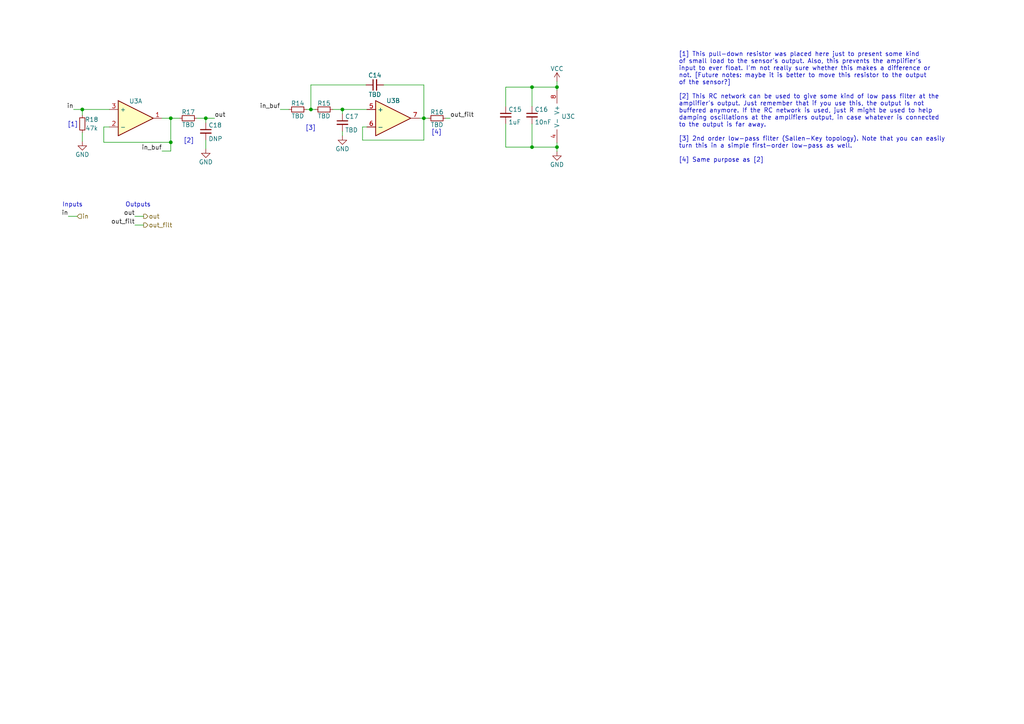
<source format=kicad_sch>
(kicad_sch (version 20211123) (generator eeschema)
  (paper "A4")
  (lib_symbols
    (symbol "Device:C_Small" (pin_numbers hide) (pin_names (offset 0.254) hide)
      (property "Reference" "C" (at 0.254 1.778 0))
      (property "Value" "C_Small" (at 0.254 -2.032 0))
      (symbol "C_Small_0_1"
        (polyline (pts (xy -1.524 -0.508) (xy 1.524 -0.508)) (stroke (width 0.3302)))
        (polyline (pts (xy -1.524 0.508) (xy 1.524 0.508)) (stroke (width 0.3048)))
      )
      (symbol "C_Small_1_1"
        (pin passive line (at 0 2.54 270) (length 2.032) (name "~") (number "1"))
        (pin passive line (at 0 -2.54 90) (length 2.032) (name "~") (number "2"))
      )
    )
    (symbol "Device:Opamp_Dual"
      (property "Reference" "U" (at 0 5.08 0))
      (property "Value" "Opamp_Dual" (at 0 -5.08 0))
      (symbol "Opamp_Dual_1_1"
        (polyline (pts (xy -5.08 5.08) (xy 5.08 0) (xy -5.08 -5.08) (xy -5.08 5.08)) (stroke (width 0.254)) (fill (type background)))
        (pin output line (at 7.62 0 180) (length 2.54) (name "~") (number "1"))
        (pin input line (at -7.62 -2.54 0) (length 2.54) (name "-") (number "2"))
        (pin input line (at -7.62 2.54 0) (length 2.54) (name "+") (number "3"))
      )
      (symbol "Opamp_Dual_2_1"
        (polyline (pts (xy -5.08 5.08) (xy 5.08 0) (xy -5.08 -5.08) (xy -5.08 5.08)) (stroke (width 0.254)) (fill (type background)))
        (pin input line (at -7.62 2.54 0) (length 2.54) (name "+") (number "5"))
        (pin input line (at -7.62 -2.54 0) (length 2.54) (name "-") (number "6"))
        (pin output line (at 7.62 0 180) (length 2.54) (name "~") (number "7"))
      )
      (symbol "Opamp_Dual_3_1"
        (pin power_in line (at -2.54 -7.62 90) (length 3.81) (name "V-") (number "4"))
        (pin power_in line (at -2.54 7.62 270) (length 3.81) (name "V+") (number "8"))
      )
    )
    (symbol "Device:R_Small" (pin_numbers hide) (pin_names (offset 0.254) hide)
      (property "Reference" "R" (at 0.762 0.508 0))
      (property "Value" "R_Small" (at 0.762 -1.016 0))
      (symbol "R_Small_0_1"
        (rectangle (start -0.762 1.778) (end 0.762 -1.778) (stroke (width 0.2032)))
      )
      (symbol "R_Small_1_1"
        (pin passive line (at 0 2.54 270) (length 0.762) (name "~") (number "1"))
        (pin passive line (at 0 -2.54 90) (length 0.762) (name "~") (number "2"))
      )
    )
    (symbol "power:GND" (power) (pin_names (offset 0))
      (property "Value" "GND" (at 0 -3.81 0))
      (symbol "GND_0_1"
        (polyline (pts (xy 0 0) (xy 0 -1.27) (xy 1.27 -1.27) (xy 0 -2.54) (xy -1.27 -1.27) (xy 0 -1.27)))
      )
      (symbol "GND_1_1"
        (pin power_in line (at 0 0 270) (length 0) hide (name "GND") (number "1"))
      )
    )
    (symbol "power:VCC" (power) (pin_names (offset 0))
      (property "Value" "VCC" (at 0 3.81 0))
      (symbol "VCC_0_1"
        (polyline (pts (xy -0.762 1.27) (xy 0 2.54)))
        (polyline (pts (xy 0 0) (xy 0 2.54)))
        (polyline (pts (xy 0 2.54) (xy 0.762 1.27)))
      )
      (symbol "VCC_1_1"
        (pin power_in line (at 0 0 90) (length 0) hide (name "VCC") (number "1"))
      )
    )
  )
  (junction (at 161.544 25.273))
  (junction (at 122.936 34.29))
  (junction (at 23.876 31.75))
  (junction (at 49.53 34.29))
  (junction (at 154.305 25.273))
  (junction (at 90.17 31.75))
  (junction (at 59.69 34.29))
  (junction (at 161.544 42.672))
  (junction (at 154.305 42.672))
  (junction (at 49.53 41.275))
  (junction (at 99.314 31.75))
  (wire (pts (xy 129.286 34.29) (xy 130.556 34.29)))
  (wire (pts (xy 154.305 35.941) (xy 154.305 42.672)))
  (wire (pts (xy 90.17 31.75) (xy 91.44 31.75)))
  (wire (pts (xy 49.53 34.29) (xy 46.99 34.29)))
  (wire (pts (xy 122.936 34.29) (xy 124.206 34.29)))
  (wire (pts (xy 106.172 24.638) (xy 90.17 24.638)))
  (wire (pts (xy 154.305 42.672) (xy 146.685 42.672)))
  (wire (pts (xy 31.75 36.83) (xy 30.099 36.83)))
  (wire (pts (xy 111.252 24.638) (xy 122.936 24.638)))
  (wire (pts (xy 21.336 31.75) (xy 23.876 31.75)))
  (wire (pts (xy 122.936 24.638) (xy 122.936 34.29)))
  (wire (pts (xy 59.69 34.29) (xy 62.23 34.29)))
  (wire (pts (xy 122.936 40.64) (xy 122.936 34.29)))
  (wire (pts (xy 90.17 24.638) (xy 90.17 31.75)))
  (wire (pts (xy 161.544 42.672) (xy 161.544 43.942)))
  (wire (pts (xy 99.314 38.1) (xy 99.314 39.37)))
  (wire (pts (xy 30.099 36.83) (xy 30.099 41.275)))
  (wire (pts (xy 23.876 33.401) (xy 23.876 31.75)))
  (wire (pts (xy 88.9 31.75) (xy 90.17 31.75)))
  (wire (pts (xy 49.53 41.275) (xy 49.53 43.815)))
  (wire (pts (xy 146.685 25.273) (xy 154.305 25.273)))
  (wire (pts (xy 106.426 36.83) (xy 105.156 36.83)))
  (wire (pts (xy 99.314 31.75) (xy 99.314 33.02)))
  (wire (pts (xy 57.15 34.29) (xy 59.69 34.29)))
  (wire (pts (xy 23.876 38.481) (xy 23.876 41.021)))
  (wire (pts (xy 59.69 40.64) (xy 59.69 43.18)))
  (wire (pts (xy 19.812 62.738) (xy 22.352 62.738)))
  (wire (pts (xy 49.53 34.29) (xy 52.07 34.29)))
  (wire (pts (xy 81.28 31.75) (xy 83.82 31.75)))
  (wire (pts (xy 105.156 36.83) (xy 105.156 40.64)))
  (wire (pts (xy 154.305 42.672) (xy 161.544 42.672)))
  (wire (pts (xy 161.544 25.273) (xy 161.544 26.162)))
  (wire (pts (xy 146.685 25.273) (xy 146.685 30.861)))
  (wire (pts (xy 96.52 31.75) (xy 99.314 31.75)))
  (wire (pts (xy 105.156 40.64) (xy 122.936 40.64)))
  (wire (pts (xy 154.305 25.273) (xy 154.305 30.861)))
  (wire (pts (xy 46.99 43.815) (xy 49.53 43.815)))
  (wire (pts (xy 30.099 41.275) (xy 49.53 41.275)))
  (wire (pts (xy 49.53 34.29) (xy 49.53 41.275)))
  (wire (pts (xy 154.305 25.273) (xy 161.544 25.273)))
  (wire (pts (xy 59.69 34.29) (xy 59.69 35.56)))
  (wire (pts (xy 161.544 23.622) (xy 161.544 25.273)))
  (wire (pts (xy 39.116 62.738) (xy 41.656 62.738)))
  (wire (pts (xy 161.544 41.402) (xy 161.544 42.672)))
  (wire (pts (xy 39.116 65.278) (xy 41.656 65.278)))
  (wire (pts (xy 23.876 31.75) (xy 31.75 31.75)))
  (wire (pts (xy 146.685 42.672) (xy 146.685 35.941)))
  (wire (pts (xy 99.314 31.75) (xy 106.426 31.75)))
  (wire (pts (xy 122.936 34.29) (xy 121.666 34.29)))
  (text "Inputs\n" (at 18.034 60.198 0) (effects (font (size 1.27 1.27)) (justify left bottom)))
  (text "Outputs" (at 36.322 60.198 0) (effects (font (size 1.27 1.27)) (justify left bottom)))
  (text "[3]" (at 88.5444 37.973 0) (effects (font (size 1.27 1.27)) (justify left bottom)))
  (text "[1]" (at 19.558 36.957 0) (effects (font (size 1.27 1.27)) (justify left bottom)))
  (text "[2]" (at 53.213 41.656 0) (effects (font (size 1.27 1.27)) (justify left bottom)))
  (text "[1] This pull-down resistor was placed here just to present some kind\nof small load to the sensor's output. Also, this prevents the amplifier's\ninput to ever float. I'm not really sure whether this makes a difference or\nnot. [Future notes: maybe it is better to move this resistor to the output\nof the sensor?]\n\n[2] This RC network can be used to give some kind of low pass filter at the\namplifier's output. Just remember that if you use this, the output is not \nbuffered anymore. If the RC network is used, just R might be used to help\ndamping oscillations at the amplifiers output, in case whatever is connected\nto the output is far away.\n\n[3] 2nd order low-pass filter (Sallen-Key topology). Note that you can easily\nturn this in a simple first-order low-pass as well. \n\n[4] Same purpose as [2]" (at 196.85 47.244 0) (effects (font (size 1.27 1.27)) (justify left bottom)))
  (text "[4]" (at 125.0696 39.243 0) (effects (font (size 1.27 1.27)) (justify left bottom)))
  (label "in" (at 21.336 31.75 180))
  (label "in_buf" (at 81.28 31.75 180))
  (label "out" (at 39.116 62.738 180))
  (label "out_filt" (at 39.116 65.278 180))
  (label "out" (at 62.23 34.29 0))
  (label "in" (at 19.812 62.738 180))
  (label "out_filt" (at 130.556 34.29 0))
  (label "in_buf" (at 46.99 43.815 180))
  (hierarchical_label "out_filt" (shape output) (at 41.656 65.278 0))
  (hierarchical_label "in" (shape input) (at 22.352 62.738 0))
  (hierarchical_label "out" (shape output) (at 41.656 62.738 0))
  (symbol (lib_id "Device:Opamp_Dual") (at 164.084 33.782 0) (unit 3)
    (property "Reference" "U3" (at 162.814 33.782 0) (effects (justify left)))
    (property "Value" "Opamp_Dual" (effects hide))
    (property "Footprint" "Package_SO:SOIC-8_3.9x4.9mm_P1.27mm" (effects hide))
  )
  (symbol (lib_id "Device:C_Small") (at 146.685 33.401 0) (unit 1)
    (property "Reference" "C15" (at 147.447 31.75 0) (effects (justify left)))
    (property "Value" "1uF" (at 147.447 35.433 0) (effects (justify left)))
    (property "Footprint" "Capacitor_SMD:C_0805_2012Metric_Pad1.18x1.45mm_HandSolder" (effects hide))
  )
  (symbol (lib_id "Device:Opamp_Dual") (at 39.37 34.29 0) (unit 1)
    (property "Reference" "U3" (at 39.37 29.337 0))
    (property "Value" "Opamp_Dual" (effects hide))
    (property "Footprint" "Package_SO:SOIC-8_3.9x4.9mm_P1.27mm" (effects hide))
  )
  (symbol (lib_id "Device:R_Small") (at 126.746 34.29 270) (unit 1)
    (property "Reference" "R16" (at 126.746 32.512 90))
    (property "Value" "TBD" (at 126.746 36.195 90))
    (property "Footprint" "Resistor_SMD:R_0805_2012Metric_Pad1.20x1.40mm_HandSolder" (effects hide))
  )
  (symbol (lib_id "Device:Opamp_Dual") (at 114.046 34.29 0) (unit 2)
    (property "Reference" "U3" (at 114.046 29.21 0))
    (property "Value" "Opamp_Dual" (effects hide))
    (property "Footprint" "Package_SO:SOIC-8_3.9x4.9mm_P1.27mm" (effects hide))
  )
  (symbol (lib_id "power:GND") (at 99.314 39.37 0) (unit 1)
    (property "Reference" "#PWR0139" (effects hide))
    (property "Value" "GND" (at 99.314 43.18 0))
  )
  (symbol (lib_id "power:VCC") (at 161.544 23.622 0) (unit 1)
    (property "Reference" "#PWR0140" (effects hide))
    (property "Value" "VCC" (at 161.544 19.939 0))
  )
  (symbol (lib_id "Device:R_Small") (at 93.98 31.75 270) (unit 1)
    (property "Reference" "R15" (at 93.98 29.972 90))
    (property "Value" "TBD" (at 93.98 33.655 90))
    (property "Footprint" "Resistor_SMD:R_0805_2012Metric_Pad1.20x1.40mm_HandSolder" (effects hide))
  )
  (symbol (lib_id "Device:C_Small") (at 99.314 35.56 0) (unit 1)
    (property "Reference" "C17" (at 100.076 33.782 0) (effects (justify left)))
    (property "Value" "TBD" (at 100.076 37.719 0) (effects (justify left)))
    (property "Footprint" "Capacitor_SMD:C_0805_2012Metric_Pad1.18x1.45mm_HandSolder" (effects hide))
  )
  (symbol (lib_id "power:GND") (at 23.876 41.021 0) (unit 1)
    (property "Reference" "#PWR0137" (effects hide))
    (property "Value" "GND" (at 23.876 44.831 0))
  )
  (symbol (lib_id "Device:C_Small") (at 108.712 24.638 90) (unit 1)
    (property "Reference" "C14" (at 108.712 21.844 90))
    (property "Value" "TBD" (at 108.712 27.432 90))
    (property "Footprint" "Capacitor_SMD:C_0805_2012Metric_Pad1.18x1.45mm_HandSolder" (effects hide))
  )
  (symbol (lib_id "Device:C_Small") (at 154.305 33.401 0) (unit 1)
    (property "Reference" "C16" (at 155.067 31.75 0) (effects (justify left)))
    (property "Value" "10nF" (at 155.067 35.433 0) (effects (justify left)))
    (property "Footprint" "Capacitor_SMD:C_0805_2012Metric_Pad1.18x1.45mm_HandSolder" (effects hide))
  )
  (symbol (lib_id "power:GND") (at 59.69 43.18 0) (unit 1)
    (property "Reference" "#PWR0138" (effects hide))
    (property "Value" "GND" (at 59.69 46.99 0))
  )
  (symbol (lib_id "Device:C_Small") (at 59.69 38.1 0) (unit 1)
    (property "Reference" "C18" (at 60.452 36.322 0) (effects (justify left)))
    (property "Value" "DNP" (at 60.452 40.259 0) (effects (justify left)))
    (property "Footprint" "Capacitor_SMD:C_0805_2012Metric_Pad1.18x1.45mm_HandSolder" (effects hide))
  )
  (symbol (lib_id "power:GND") (at 161.544 43.942 0) (unit 1)
    (property "Reference" "#PWR0141" (effects hide))
    (property "Value" "GND" (at 161.544 47.752 0))
  )
  (symbol (lib_id "Device:R_Small") (at 86.36 31.75 270) (unit 1)
    (property "Reference" "R14" (at 86.36 29.972 90))
    (property "Value" "TBD" (at 86.36 33.655 90))
    (property "Footprint" "Resistor_SMD:R_0805_2012Metric_Pad1.20x1.40mm_HandSolder" (effects hide))
  )
  (symbol (lib_id "Device:R_Small") (at 23.876 35.941 0) (unit 1)
    (property "Reference" "R18" (at 24.638 34.671 0) (effects (justify left)))
    (property "Value" "47k" (at 24.765 37.211 0) (effects (justify left)))
    (property "Footprint" "Resistor_SMD:R_0805_2012Metric_Pad1.20x1.40mm_HandSolder" (effects hide))
  )
  (symbol (lib_id "Device:R_Small") (at 54.61 34.29 270) (unit 1)
    (property "Reference" "R17" (at 54.61 32.512 90))
    (property "Value" "TBD" (at 54.61 36.195 90))
    (property "Footprint" "Resistor_SMD:R_0805_2012Metric_Pad1.20x1.40mm_HandSolder" (effects hide))
  )
)
</source>
